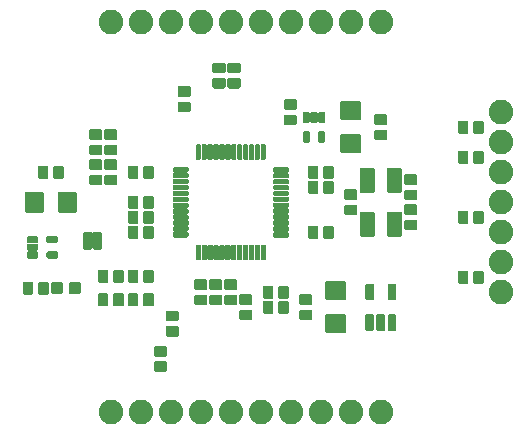
<source format=gbr>
%TF.GenerationSoftware,KiCad,Pcbnew,5.1.8-db9833491~87~ubuntu18.04.1*%
%TF.CreationDate,2020-11-08T14:36:31-03:00*%
%TF.ProjectId,DCI_TP,4443495f-5450-42e6-9b69-6361645f7063,1.0*%
%TF.SameCoordinates,Original*%
%TF.FileFunction,Soldermask,Top*%
%TF.FilePolarity,Negative*%
%FSLAX46Y46*%
G04 Gerber Fmt 4.6, Leading zero omitted, Abs format (unit mm)*
G04 Created by KiCad (PCBNEW 5.1.8-db9833491~87~ubuntu18.04.1) date 2020-11-08 14:36:31*
%MOMM*%
%LPD*%
G01*
G04 APERTURE LIST*
%ADD10C,2.082800*%
G04 APERTURE END LIST*
%TO.C,Q1*%
G36*
G01*
X160361000Y-102935600D02*
X159261000Y-102935600D01*
G75*
G02*
X159159400Y-102834000I0J101600D01*
G01*
X159159400Y-100934000D01*
G75*
G02*
X159261000Y-100832400I101600J0D01*
G01*
X160361000Y-100832400D01*
G75*
G02*
X160462600Y-100934000I0J-101600D01*
G01*
X160462600Y-102834000D01*
G75*
G02*
X160361000Y-102935600I-101600J0D01*
G01*
G37*
G36*
G01*
X158061000Y-106635600D02*
X156961000Y-106635600D01*
G75*
G02*
X156859400Y-106534000I0J101600D01*
G01*
X156859400Y-104634000D01*
G75*
G02*
X156961000Y-104532400I101600J0D01*
G01*
X158061000Y-104532400D01*
G75*
G02*
X158162600Y-104634000I0J-101600D01*
G01*
X158162600Y-106534000D01*
G75*
G02*
X158061000Y-106635600I-101600J0D01*
G01*
G37*
G36*
G01*
X158061000Y-102935600D02*
X156961000Y-102935600D01*
G75*
G02*
X156859400Y-102834000I0J101600D01*
G01*
X156859400Y-100934000D01*
G75*
G02*
X156961000Y-100832400I101600J0D01*
G01*
X158061000Y-100832400D01*
G75*
G02*
X158162600Y-100934000I0J-101600D01*
G01*
X158162600Y-102834000D01*
G75*
G02*
X158061000Y-102935600I-101600J0D01*
G01*
G37*
G36*
G01*
X160361000Y-106635600D02*
X159261000Y-106635600D01*
G75*
G02*
X159159400Y-106534000I0J101600D01*
G01*
X159159400Y-104634000D01*
G75*
G02*
X159261000Y-104532400I101600J0D01*
G01*
X160361000Y-104532400D01*
G75*
G02*
X160462600Y-104634000I0J-101600D01*
G01*
X160462600Y-106534000D01*
G75*
G02*
X160361000Y-106635600I-101600J0D01*
G01*
G37*
%TD*%
%TO.C,U$12*%
G36*
G01*
X153951600Y-97833600D02*
X153951600Y-98583600D01*
G75*
G02*
X153850000Y-98685200I-101600J0D01*
G01*
X153450000Y-98685200D01*
G75*
G02*
X153348400Y-98583600I0J101600D01*
G01*
X153348400Y-97833600D01*
G75*
G02*
X153450000Y-97732000I101600J0D01*
G01*
X153850000Y-97732000D01*
G75*
G02*
X153951600Y-97833600I0J-101600D01*
G01*
G37*
G36*
G01*
X152651600Y-97833600D02*
X152651600Y-98583600D01*
G75*
G02*
X152550000Y-98685200I-101600J0D01*
G01*
X152150000Y-98685200D01*
G75*
G02*
X152048400Y-98583600I0J101600D01*
G01*
X152048400Y-97833600D01*
G75*
G02*
X152150000Y-97732000I101600J0D01*
G01*
X152550000Y-97732000D01*
G75*
G02*
X152651600Y-97833600I0J-101600D01*
G01*
G37*
G36*
G01*
X152651600Y-96183600D02*
X152651600Y-96933600D01*
G75*
G02*
X152550000Y-97035200I-101600J0D01*
G01*
X152150000Y-97035200D01*
G75*
G02*
X152048400Y-96933600I0J101600D01*
G01*
X152048400Y-96183600D01*
G75*
G02*
X152150000Y-96082000I101600J0D01*
G01*
X152550000Y-96082000D01*
G75*
G02*
X152651600Y-96183600I0J-101600D01*
G01*
G37*
G36*
G01*
X153301600Y-96183600D02*
X153301600Y-96933600D01*
G75*
G02*
X153200000Y-97035200I-101600J0D01*
G01*
X152800000Y-97035200D01*
G75*
G02*
X152698400Y-96933600I0J101600D01*
G01*
X152698400Y-96183600D01*
G75*
G02*
X152800000Y-96082000I101600J0D01*
G01*
X153200000Y-96082000D01*
G75*
G02*
X153301600Y-96183600I0J-101600D01*
G01*
G37*
G36*
G01*
X153951600Y-96183600D02*
X153951600Y-96933600D01*
G75*
G02*
X153850000Y-97035200I-101600J0D01*
G01*
X153450000Y-97035200D01*
G75*
G02*
X153348400Y-96933600I0J101600D01*
G01*
X153348400Y-96183600D01*
G75*
G02*
X153450000Y-96082000I101600J0D01*
G01*
X153850000Y-96082000D01*
G75*
G02*
X153951600Y-96183600I0J-101600D01*
G01*
G37*
%TD*%
%TO.C,U$2*%
G36*
G01*
X130450000Y-106592400D02*
X131200000Y-106592400D01*
G75*
G02*
X131301600Y-106694000I0J-101600D01*
G01*
X131301600Y-107094000D01*
G75*
G02*
X131200000Y-107195600I-101600J0D01*
G01*
X130450000Y-107195600D01*
G75*
G02*
X130348400Y-107094000I0J101600D01*
G01*
X130348400Y-106694000D01*
G75*
G02*
X130450000Y-106592400I101600J0D01*
G01*
G37*
G36*
G01*
X130450000Y-107892400D02*
X131200000Y-107892400D01*
G75*
G02*
X131301600Y-107994000I0J-101600D01*
G01*
X131301600Y-108394000D01*
G75*
G02*
X131200000Y-108495600I-101600J0D01*
G01*
X130450000Y-108495600D01*
G75*
G02*
X130348400Y-108394000I0J101600D01*
G01*
X130348400Y-107994000D01*
G75*
G02*
X130450000Y-107892400I101600J0D01*
G01*
G37*
G36*
G01*
X128800000Y-107892400D02*
X129550000Y-107892400D01*
G75*
G02*
X129651600Y-107994000I0J-101600D01*
G01*
X129651600Y-108394000D01*
G75*
G02*
X129550000Y-108495600I-101600J0D01*
G01*
X128800000Y-108495600D01*
G75*
G02*
X128698400Y-108394000I0J101600D01*
G01*
X128698400Y-107994000D01*
G75*
G02*
X128800000Y-107892400I101600J0D01*
G01*
G37*
G36*
G01*
X128800000Y-107242400D02*
X129550000Y-107242400D01*
G75*
G02*
X129651600Y-107344000I0J-101600D01*
G01*
X129651600Y-107744000D01*
G75*
G02*
X129550000Y-107845600I-101600J0D01*
G01*
X128800000Y-107845600D01*
G75*
G02*
X128698400Y-107744000I0J101600D01*
G01*
X128698400Y-107344000D01*
G75*
G02*
X128800000Y-107242400I101600J0D01*
G01*
G37*
G36*
G01*
X128800000Y-106592400D02*
X129550000Y-106592400D01*
G75*
G02*
X129651600Y-106694000I0J-101600D01*
G01*
X129651600Y-107094000D01*
G75*
G02*
X129550000Y-107195600I-101600J0D01*
G01*
X128800000Y-107195600D01*
G75*
G02*
X128698400Y-107094000I0J101600D01*
G01*
X128698400Y-106694000D01*
G75*
G02*
X128800000Y-106592400I101600J0D01*
G01*
G37*
%TD*%
%TO.C,U2*%
G36*
G01*
X141037900Y-106611000D02*
X141037900Y-106357000D01*
G75*
G02*
X141139500Y-106255400I101600J0D01*
G01*
X142282500Y-106255400D01*
G75*
G02*
X142384100Y-106357000I0J-101600D01*
G01*
X142384100Y-106611000D01*
G75*
G02*
X142282500Y-106712600I-101600J0D01*
G01*
X141139500Y-106712600D01*
G75*
G02*
X141037900Y-106611000I0J101600D01*
G01*
G37*
G36*
G01*
X141037900Y-106111000D02*
X141037900Y-105857000D01*
G75*
G02*
X141139500Y-105755400I101600J0D01*
G01*
X142282500Y-105755400D01*
G75*
G02*
X142384100Y-105857000I0J-101600D01*
G01*
X142384100Y-106111000D01*
G75*
G02*
X142282500Y-106212600I-101600J0D01*
G01*
X141139500Y-106212600D01*
G75*
G02*
X141037900Y-106111000I0J101600D01*
G01*
G37*
G36*
G01*
X141037900Y-105611000D02*
X141037900Y-105357000D01*
G75*
G02*
X141139500Y-105255400I101600J0D01*
G01*
X142282500Y-105255400D01*
G75*
G02*
X142384100Y-105357000I0J-101600D01*
G01*
X142384100Y-105611000D01*
G75*
G02*
X142282500Y-105712600I-101600J0D01*
G01*
X141139500Y-105712600D01*
G75*
G02*
X141037900Y-105611000I0J101600D01*
G01*
G37*
G36*
G01*
X141037900Y-105111000D02*
X141037900Y-104857000D01*
G75*
G02*
X141139500Y-104755400I101600J0D01*
G01*
X142282500Y-104755400D01*
G75*
G02*
X142384100Y-104857000I0J-101600D01*
G01*
X142384100Y-105111000D01*
G75*
G02*
X142282500Y-105212600I-101600J0D01*
G01*
X141139500Y-105212600D01*
G75*
G02*
X141037900Y-105111000I0J101600D01*
G01*
G37*
G36*
G01*
X141037900Y-104611000D02*
X141037900Y-104357000D01*
G75*
G02*
X141139500Y-104255400I101600J0D01*
G01*
X142282500Y-104255400D01*
G75*
G02*
X142384100Y-104357000I0J-101600D01*
G01*
X142384100Y-104611000D01*
G75*
G02*
X142282500Y-104712600I-101600J0D01*
G01*
X141139500Y-104712600D01*
G75*
G02*
X141037900Y-104611000I0J101600D01*
G01*
G37*
G36*
G01*
X141037900Y-104111000D02*
X141037900Y-103857000D01*
G75*
G02*
X141139500Y-103755400I101600J0D01*
G01*
X142282500Y-103755400D01*
G75*
G02*
X142384100Y-103857000I0J-101600D01*
G01*
X142384100Y-104111000D01*
G75*
G02*
X142282500Y-104212600I-101600J0D01*
G01*
X141139500Y-104212600D01*
G75*
G02*
X141037900Y-104111000I0J101600D01*
G01*
G37*
G36*
G01*
X141037900Y-103611000D02*
X141037900Y-103357000D01*
G75*
G02*
X141139500Y-103255400I101600J0D01*
G01*
X142282500Y-103255400D01*
G75*
G02*
X142384100Y-103357000I0J-101600D01*
G01*
X142384100Y-103611000D01*
G75*
G02*
X142282500Y-103712600I-101600J0D01*
G01*
X141139500Y-103712600D01*
G75*
G02*
X141037900Y-103611000I0J101600D01*
G01*
G37*
G36*
G01*
X141037900Y-103111000D02*
X141037900Y-102857000D01*
G75*
G02*
X141139500Y-102755400I101600J0D01*
G01*
X142282500Y-102755400D01*
G75*
G02*
X142384100Y-102857000I0J-101600D01*
G01*
X142384100Y-103111000D01*
G75*
G02*
X142282500Y-103212600I-101600J0D01*
G01*
X141139500Y-103212600D01*
G75*
G02*
X141037900Y-103111000I0J101600D01*
G01*
G37*
G36*
G01*
X141037900Y-102611000D02*
X141037900Y-102357000D01*
G75*
G02*
X141139500Y-102255400I101600J0D01*
G01*
X142282500Y-102255400D01*
G75*
G02*
X142384100Y-102357000I0J-101600D01*
G01*
X142384100Y-102611000D01*
G75*
G02*
X142282500Y-102712600I-101600J0D01*
G01*
X141139500Y-102712600D01*
G75*
G02*
X141037900Y-102611000I0J101600D01*
G01*
G37*
G36*
G01*
X141037900Y-102111000D02*
X141037900Y-101857000D01*
G75*
G02*
X141139500Y-101755400I101600J0D01*
G01*
X142282500Y-101755400D01*
G75*
G02*
X142384100Y-101857000I0J-101600D01*
G01*
X142384100Y-102111000D01*
G75*
G02*
X142282500Y-102212600I-101600J0D01*
G01*
X141139500Y-102212600D01*
G75*
G02*
X141037900Y-102111000I0J101600D01*
G01*
G37*
G36*
G01*
X141037900Y-101611000D02*
X141037900Y-101357000D01*
G75*
G02*
X141139500Y-101255400I101600J0D01*
G01*
X142282500Y-101255400D01*
G75*
G02*
X142384100Y-101357000I0J-101600D01*
G01*
X142384100Y-101611000D01*
G75*
G02*
X142282500Y-101712600I-101600J0D01*
G01*
X141139500Y-101712600D01*
G75*
G02*
X141037900Y-101611000I0J101600D01*
G01*
G37*
G36*
G01*
X141037900Y-101111000D02*
X141037900Y-100857000D01*
G75*
G02*
X141139500Y-100755400I101600J0D01*
G01*
X142282500Y-100755400D01*
G75*
G02*
X142384100Y-100857000I0J-101600D01*
G01*
X142384100Y-101111000D01*
G75*
G02*
X142282500Y-101212600I-101600J0D01*
G01*
X141139500Y-101212600D01*
G75*
G02*
X141037900Y-101111000I0J101600D01*
G01*
G37*
G36*
G01*
X142982400Y-100055500D02*
X142982400Y-98912500D01*
G75*
G02*
X143084000Y-98810900I101600J0D01*
G01*
X143338000Y-98810900D01*
G75*
G02*
X143439600Y-98912500I0J-101600D01*
G01*
X143439600Y-100055500D01*
G75*
G02*
X143338000Y-100157100I-101600J0D01*
G01*
X143084000Y-100157100D01*
G75*
G02*
X142982400Y-100055500I0J101600D01*
G01*
G37*
G36*
G01*
X143482400Y-100055500D02*
X143482400Y-98912500D01*
G75*
G02*
X143584000Y-98810900I101600J0D01*
G01*
X143838000Y-98810900D01*
G75*
G02*
X143939600Y-98912500I0J-101600D01*
G01*
X143939600Y-100055500D01*
G75*
G02*
X143838000Y-100157100I-101600J0D01*
G01*
X143584000Y-100157100D01*
G75*
G02*
X143482400Y-100055500I0J101600D01*
G01*
G37*
G36*
G01*
X143982400Y-100055500D02*
X143982400Y-98912500D01*
G75*
G02*
X144084000Y-98810900I101600J0D01*
G01*
X144338000Y-98810900D01*
G75*
G02*
X144439600Y-98912500I0J-101600D01*
G01*
X144439600Y-100055500D01*
G75*
G02*
X144338000Y-100157100I-101600J0D01*
G01*
X144084000Y-100157100D01*
G75*
G02*
X143982400Y-100055500I0J101600D01*
G01*
G37*
G36*
G01*
X144482400Y-100055500D02*
X144482400Y-98912500D01*
G75*
G02*
X144584000Y-98810900I101600J0D01*
G01*
X144838000Y-98810900D01*
G75*
G02*
X144939600Y-98912500I0J-101600D01*
G01*
X144939600Y-100055500D01*
G75*
G02*
X144838000Y-100157100I-101600J0D01*
G01*
X144584000Y-100157100D01*
G75*
G02*
X144482400Y-100055500I0J101600D01*
G01*
G37*
G36*
G01*
X144982400Y-100055500D02*
X144982400Y-98912500D01*
G75*
G02*
X145084000Y-98810900I101600J0D01*
G01*
X145338000Y-98810900D01*
G75*
G02*
X145439600Y-98912500I0J-101600D01*
G01*
X145439600Y-100055500D01*
G75*
G02*
X145338000Y-100157100I-101600J0D01*
G01*
X145084000Y-100157100D01*
G75*
G02*
X144982400Y-100055500I0J101600D01*
G01*
G37*
G36*
G01*
X145482400Y-100055500D02*
X145482400Y-98912500D01*
G75*
G02*
X145584000Y-98810900I101600J0D01*
G01*
X145838000Y-98810900D01*
G75*
G02*
X145939600Y-98912500I0J-101600D01*
G01*
X145939600Y-100055500D01*
G75*
G02*
X145838000Y-100157100I-101600J0D01*
G01*
X145584000Y-100157100D01*
G75*
G02*
X145482400Y-100055500I0J101600D01*
G01*
G37*
G36*
G01*
X145982400Y-100055500D02*
X145982400Y-98912500D01*
G75*
G02*
X146084000Y-98810900I101600J0D01*
G01*
X146338000Y-98810900D01*
G75*
G02*
X146439600Y-98912500I0J-101600D01*
G01*
X146439600Y-100055500D01*
G75*
G02*
X146338000Y-100157100I-101600J0D01*
G01*
X146084000Y-100157100D01*
G75*
G02*
X145982400Y-100055500I0J101600D01*
G01*
G37*
G36*
G01*
X146482400Y-100055500D02*
X146482400Y-98912500D01*
G75*
G02*
X146584000Y-98810900I101600J0D01*
G01*
X146838000Y-98810900D01*
G75*
G02*
X146939600Y-98912500I0J-101600D01*
G01*
X146939600Y-100055500D01*
G75*
G02*
X146838000Y-100157100I-101600J0D01*
G01*
X146584000Y-100157100D01*
G75*
G02*
X146482400Y-100055500I0J101600D01*
G01*
G37*
G36*
G01*
X146982400Y-100055500D02*
X146982400Y-98912500D01*
G75*
G02*
X147084000Y-98810900I101600J0D01*
G01*
X147338000Y-98810900D01*
G75*
G02*
X147439600Y-98912500I0J-101600D01*
G01*
X147439600Y-100055500D01*
G75*
G02*
X147338000Y-100157100I-101600J0D01*
G01*
X147084000Y-100157100D01*
G75*
G02*
X146982400Y-100055500I0J101600D01*
G01*
G37*
G36*
G01*
X147482400Y-100055500D02*
X147482400Y-98912500D01*
G75*
G02*
X147584000Y-98810900I101600J0D01*
G01*
X147838000Y-98810900D01*
G75*
G02*
X147939600Y-98912500I0J-101600D01*
G01*
X147939600Y-100055500D01*
G75*
G02*
X147838000Y-100157100I-101600J0D01*
G01*
X147584000Y-100157100D01*
G75*
G02*
X147482400Y-100055500I0J101600D01*
G01*
G37*
G36*
G01*
X147982400Y-100055500D02*
X147982400Y-98912500D01*
G75*
G02*
X148084000Y-98810900I101600J0D01*
G01*
X148338000Y-98810900D01*
G75*
G02*
X148439600Y-98912500I0J-101600D01*
G01*
X148439600Y-100055500D01*
G75*
G02*
X148338000Y-100157100I-101600J0D01*
G01*
X148084000Y-100157100D01*
G75*
G02*
X147982400Y-100055500I0J101600D01*
G01*
G37*
G36*
G01*
X148482400Y-100055500D02*
X148482400Y-98912500D01*
G75*
G02*
X148584000Y-98810900I101600J0D01*
G01*
X148838000Y-98810900D01*
G75*
G02*
X148939600Y-98912500I0J-101600D01*
G01*
X148939600Y-100055500D01*
G75*
G02*
X148838000Y-100157100I-101600J0D01*
G01*
X148584000Y-100157100D01*
G75*
G02*
X148482400Y-100055500I0J101600D01*
G01*
G37*
G36*
G01*
X149537900Y-101111000D02*
X149537900Y-100857000D01*
G75*
G02*
X149639500Y-100755400I101600J0D01*
G01*
X150782500Y-100755400D01*
G75*
G02*
X150884100Y-100857000I0J-101600D01*
G01*
X150884100Y-101111000D01*
G75*
G02*
X150782500Y-101212600I-101600J0D01*
G01*
X149639500Y-101212600D01*
G75*
G02*
X149537900Y-101111000I0J101600D01*
G01*
G37*
G36*
G01*
X149537900Y-101611000D02*
X149537900Y-101357000D01*
G75*
G02*
X149639500Y-101255400I101600J0D01*
G01*
X150782500Y-101255400D01*
G75*
G02*
X150884100Y-101357000I0J-101600D01*
G01*
X150884100Y-101611000D01*
G75*
G02*
X150782500Y-101712600I-101600J0D01*
G01*
X149639500Y-101712600D01*
G75*
G02*
X149537900Y-101611000I0J101600D01*
G01*
G37*
G36*
G01*
X149537900Y-102111000D02*
X149537900Y-101857000D01*
G75*
G02*
X149639500Y-101755400I101600J0D01*
G01*
X150782500Y-101755400D01*
G75*
G02*
X150884100Y-101857000I0J-101600D01*
G01*
X150884100Y-102111000D01*
G75*
G02*
X150782500Y-102212600I-101600J0D01*
G01*
X149639500Y-102212600D01*
G75*
G02*
X149537900Y-102111000I0J101600D01*
G01*
G37*
G36*
G01*
X149537900Y-102611000D02*
X149537900Y-102357000D01*
G75*
G02*
X149639500Y-102255400I101600J0D01*
G01*
X150782500Y-102255400D01*
G75*
G02*
X150884100Y-102357000I0J-101600D01*
G01*
X150884100Y-102611000D01*
G75*
G02*
X150782500Y-102712600I-101600J0D01*
G01*
X149639500Y-102712600D01*
G75*
G02*
X149537900Y-102611000I0J101600D01*
G01*
G37*
G36*
G01*
X149537900Y-103111000D02*
X149537900Y-102857000D01*
G75*
G02*
X149639500Y-102755400I101600J0D01*
G01*
X150782500Y-102755400D01*
G75*
G02*
X150884100Y-102857000I0J-101600D01*
G01*
X150884100Y-103111000D01*
G75*
G02*
X150782500Y-103212600I-101600J0D01*
G01*
X149639500Y-103212600D01*
G75*
G02*
X149537900Y-103111000I0J101600D01*
G01*
G37*
G36*
G01*
X149537900Y-103611000D02*
X149537900Y-103357000D01*
G75*
G02*
X149639500Y-103255400I101600J0D01*
G01*
X150782500Y-103255400D01*
G75*
G02*
X150884100Y-103357000I0J-101600D01*
G01*
X150884100Y-103611000D01*
G75*
G02*
X150782500Y-103712600I-101600J0D01*
G01*
X149639500Y-103712600D01*
G75*
G02*
X149537900Y-103611000I0J101600D01*
G01*
G37*
G36*
G01*
X149537900Y-104111000D02*
X149537900Y-103857000D01*
G75*
G02*
X149639500Y-103755400I101600J0D01*
G01*
X150782500Y-103755400D01*
G75*
G02*
X150884100Y-103857000I0J-101600D01*
G01*
X150884100Y-104111000D01*
G75*
G02*
X150782500Y-104212600I-101600J0D01*
G01*
X149639500Y-104212600D01*
G75*
G02*
X149537900Y-104111000I0J101600D01*
G01*
G37*
G36*
G01*
X149537900Y-104611000D02*
X149537900Y-104357000D01*
G75*
G02*
X149639500Y-104255400I101600J0D01*
G01*
X150782500Y-104255400D01*
G75*
G02*
X150884100Y-104357000I0J-101600D01*
G01*
X150884100Y-104611000D01*
G75*
G02*
X150782500Y-104712600I-101600J0D01*
G01*
X149639500Y-104712600D01*
G75*
G02*
X149537900Y-104611000I0J101600D01*
G01*
G37*
G36*
G01*
X149537900Y-105111000D02*
X149537900Y-104857000D01*
G75*
G02*
X149639500Y-104755400I101600J0D01*
G01*
X150782500Y-104755400D01*
G75*
G02*
X150884100Y-104857000I0J-101600D01*
G01*
X150884100Y-105111000D01*
G75*
G02*
X150782500Y-105212600I-101600J0D01*
G01*
X149639500Y-105212600D01*
G75*
G02*
X149537900Y-105111000I0J101600D01*
G01*
G37*
G36*
G01*
X149537900Y-105611000D02*
X149537900Y-105357000D01*
G75*
G02*
X149639500Y-105255400I101600J0D01*
G01*
X150782500Y-105255400D01*
G75*
G02*
X150884100Y-105357000I0J-101600D01*
G01*
X150884100Y-105611000D01*
G75*
G02*
X150782500Y-105712600I-101600J0D01*
G01*
X149639500Y-105712600D01*
G75*
G02*
X149537900Y-105611000I0J101600D01*
G01*
G37*
G36*
G01*
X149537900Y-106111000D02*
X149537900Y-105857000D01*
G75*
G02*
X149639500Y-105755400I101600J0D01*
G01*
X150782500Y-105755400D01*
G75*
G02*
X150884100Y-105857000I0J-101600D01*
G01*
X150884100Y-106111000D01*
G75*
G02*
X150782500Y-106212600I-101600J0D01*
G01*
X149639500Y-106212600D01*
G75*
G02*
X149537900Y-106111000I0J101600D01*
G01*
G37*
G36*
G01*
X149537900Y-106611000D02*
X149537900Y-106357000D01*
G75*
G02*
X149639500Y-106255400I101600J0D01*
G01*
X150782500Y-106255400D01*
G75*
G02*
X150884100Y-106357000I0J-101600D01*
G01*
X150884100Y-106611000D01*
G75*
G02*
X150782500Y-106712600I-101600J0D01*
G01*
X149639500Y-106712600D01*
G75*
G02*
X149537900Y-106611000I0J101600D01*
G01*
G37*
G36*
G01*
X148482400Y-108555500D02*
X148482400Y-107412500D01*
G75*
G02*
X148584000Y-107310900I101600J0D01*
G01*
X148838000Y-107310900D01*
G75*
G02*
X148939600Y-107412500I0J-101600D01*
G01*
X148939600Y-108555500D01*
G75*
G02*
X148838000Y-108657100I-101600J0D01*
G01*
X148584000Y-108657100D01*
G75*
G02*
X148482400Y-108555500I0J101600D01*
G01*
G37*
G36*
G01*
X147982400Y-108555500D02*
X147982400Y-107412500D01*
G75*
G02*
X148084000Y-107310900I101600J0D01*
G01*
X148338000Y-107310900D01*
G75*
G02*
X148439600Y-107412500I0J-101600D01*
G01*
X148439600Y-108555500D01*
G75*
G02*
X148338000Y-108657100I-101600J0D01*
G01*
X148084000Y-108657100D01*
G75*
G02*
X147982400Y-108555500I0J101600D01*
G01*
G37*
G36*
G01*
X147482400Y-108555500D02*
X147482400Y-107412500D01*
G75*
G02*
X147584000Y-107310900I101600J0D01*
G01*
X147838000Y-107310900D01*
G75*
G02*
X147939600Y-107412500I0J-101600D01*
G01*
X147939600Y-108555500D01*
G75*
G02*
X147838000Y-108657100I-101600J0D01*
G01*
X147584000Y-108657100D01*
G75*
G02*
X147482400Y-108555500I0J101600D01*
G01*
G37*
G36*
G01*
X146982400Y-108555500D02*
X146982400Y-107412500D01*
G75*
G02*
X147084000Y-107310900I101600J0D01*
G01*
X147338000Y-107310900D01*
G75*
G02*
X147439600Y-107412500I0J-101600D01*
G01*
X147439600Y-108555500D01*
G75*
G02*
X147338000Y-108657100I-101600J0D01*
G01*
X147084000Y-108657100D01*
G75*
G02*
X146982400Y-108555500I0J101600D01*
G01*
G37*
G36*
G01*
X146482400Y-108555500D02*
X146482400Y-107412500D01*
G75*
G02*
X146584000Y-107310900I101600J0D01*
G01*
X146838000Y-107310900D01*
G75*
G02*
X146939600Y-107412500I0J-101600D01*
G01*
X146939600Y-108555500D01*
G75*
G02*
X146838000Y-108657100I-101600J0D01*
G01*
X146584000Y-108657100D01*
G75*
G02*
X146482400Y-108555500I0J101600D01*
G01*
G37*
G36*
G01*
X145982400Y-108555500D02*
X145982400Y-107412500D01*
G75*
G02*
X146084000Y-107310900I101600J0D01*
G01*
X146338000Y-107310900D01*
G75*
G02*
X146439600Y-107412500I0J-101600D01*
G01*
X146439600Y-108555500D01*
G75*
G02*
X146338000Y-108657100I-101600J0D01*
G01*
X146084000Y-108657100D01*
G75*
G02*
X145982400Y-108555500I0J101600D01*
G01*
G37*
G36*
G01*
X145482400Y-108555500D02*
X145482400Y-107412500D01*
G75*
G02*
X145584000Y-107310900I101600J0D01*
G01*
X145838000Y-107310900D01*
G75*
G02*
X145939600Y-107412500I0J-101600D01*
G01*
X145939600Y-108555500D01*
G75*
G02*
X145838000Y-108657100I-101600J0D01*
G01*
X145584000Y-108657100D01*
G75*
G02*
X145482400Y-108555500I0J101600D01*
G01*
G37*
G36*
G01*
X144982400Y-108555500D02*
X144982400Y-107412500D01*
G75*
G02*
X145084000Y-107310900I101600J0D01*
G01*
X145338000Y-107310900D01*
G75*
G02*
X145439600Y-107412500I0J-101600D01*
G01*
X145439600Y-108555500D01*
G75*
G02*
X145338000Y-108657100I-101600J0D01*
G01*
X145084000Y-108657100D01*
G75*
G02*
X144982400Y-108555500I0J101600D01*
G01*
G37*
G36*
G01*
X144482400Y-108555500D02*
X144482400Y-107412500D01*
G75*
G02*
X144584000Y-107310900I101600J0D01*
G01*
X144838000Y-107310900D01*
G75*
G02*
X144939600Y-107412500I0J-101600D01*
G01*
X144939600Y-108555500D01*
G75*
G02*
X144838000Y-108657100I-101600J0D01*
G01*
X144584000Y-108657100D01*
G75*
G02*
X144482400Y-108555500I0J101600D01*
G01*
G37*
G36*
G01*
X143982400Y-108555500D02*
X143982400Y-107412500D01*
G75*
G02*
X144084000Y-107310900I101600J0D01*
G01*
X144338000Y-107310900D01*
G75*
G02*
X144439600Y-107412500I0J-101600D01*
G01*
X144439600Y-108555500D01*
G75*
G02*
X144338000Y-108657100I-101600J0D01*
G01*
X144084000Y-108657100D01*
G75*
G02*
X143982400Y-108555500I0J101600D01*
G01*
G37*
G36*
G01*
X143482400Y-108555500D02*
X143482400Y-107412500D01*
G75*
G02*
X143584000Y-107310900I101600J0D01*
G01*
X143838000Y-107310900D01*
G75*
G02*
X143939600Y-107412500I0J-101600D01*
G01*
X143939600Y-108555500D01*
G75*
G02*
X143838000Y-108657100I-101600J0D01*
G01*
X143584000Y-108657100D01*
G75*
G02*
X143482400Y-108555500I0J101600D01*
G01*
G37*
G36*
G01*
X142982400Y-108555500D02*
X142982400Y-107412500D01*
G75*
G02*
X143084000Y-107310900I101600J0D01*
G01*
X143338000Y-107310900D01*
G75*
G02*
X143439600Y-107412500I0J-101600D01*
G01*
X143439600Y-108555500D01*
G75*
G02*
X143338000Y-108657100I-101600J0D01*
G01*
X143084000Y-108657100D01*
G75*
G02*
X142982400Y-108555500I0J101600D01*
G01*
G37*
%TD*%
%TO.C,U1*%
G36*
G01*
X157334400Y-111923900D02*
X157334400Y-110723900D01*
G75*
G02*
X157436000Y-110622300I101600J0D01*
G01*
X157986000Y-110622300D01*
G75*
G02*
X158087600Y-110723900I0J-101600D01*
G01*
X158087600Y-111923900D01*
G75*
G02*
X157986000Y-112025500I-101600J0D01*
G01*
X157436000Y-112025500D01*
G75*
G02*
X157334400Y-111923900I0J101600D01*
G01*
G37*
G36*
G01*
X159234400Y-111923900D02*
X159234400Y-110723900D01*
G75*
G02*
X159336000Y-110622300I101600J0D01*
G01*
X159886000Y-110622300D01*
G75*
G02*
X159987600Y-110723900I0J-101600D01*
G01*
X159987600Y-111923900D01*
G75*
G02*
X159886000Y-112025500I-101600J0D01*
G01*
X159336000Y-112025500D01*
G75*
G02*
X159234400Y-111923900I0J101600D01*
G01*
G37*
G36*
G01*
X159234400Y-114524100D02*
X159234400Y-113324100D01*
G75*
G02*
X159336000Y-113222500I101600J0D01*
G01*
X159886000Y-113222500D01*
G75*
G02*
X159987600Y-113324100I0J-101600D01*
G01*
X159987600Y-114524100D01*
G75*
G02*
X159886000Y-114625700I-101600J0D01*
G01*
X159336000Y-114625700D01*
G75*
G02*
X159234400Y-114524100I0J101600D01*
G01*
G37*
G36*
G01*
X158284400Y-114524100D02*
X158284400Y-113324100D01*
G75*
G02*
X158386000Y-113222500I101600J0D01*
G01*
X158936000Y-113222500D01*
G75*
G02*
X159037600Y-113324100I0J-101600D01*
G01*
X159037600Y-114524100D01*
G75*
G02*
X158936000Y-114625700I-101600J0D01*
G01*
X158386000Y-114625700D01*
G75*
G02*
X158284400Y-114524100I0J101600D01*
G01*
G37*
G36*
G01*
X157334400Y-114524100D02*
X157334400Y-113324100D01*
G75*
G02*
X157436000Y-113222500I101600J0D01*
G01*
X157986000Y-113222500D01*
G75*
G02*
X158087600Y-113324100I0J-101600D01*
G01*
X158087600Y-114524100D01*
G75*
G02*
X157986000Y-114625700I-101600J0D01*
G01*
X157436000Y-114625700D01*
G75*
G02*
X157334400Y-114524100I0J101600D01*
G01*
G37*
%TD*%
%TO.C,R17*%
G36*
G01*
X166479400Y-110534000D02*
X166479400Y-109634000D01*
G75*
G02*
X166581000Y-109532400I101600J0D01*
G01*
X167281000Y-109532400D01*
G75*
G02*
X167382600Y-109634000I0J-101600D01*
G01*
X167382600Y-110534000D01*
G75*
G02*
X167281000Y-110635600I-101600J0D01*
G01*
X166581000Y-110635600D01*
G75*
G02*
X166479400Y-110534000I0J101600D01*
G01*
G37*
G36*
G01*
X165179400Y-110534000D02*
X165179400Y-109634000D01*
G75*
G02*
X165281000Y-109532400I101600J0D01*
G01*
X165981000Y-109532400D01*
G75*
G02*
X166082600Y-109634000I0J-101600D01*
G01*
X166082600Y-110534000D01*
G75*
G02*
X165981000Y-110635600I-101600J0D01*
G01*
X165281000Y-110635600D01*
G75*
G02*
X165179400Y-110534000I0J101600D01*
G01*
G37*
%TD*%
%TO.C,R16*%
G36*
G01*
X166479400Y-105454000D02*
X166479400Y-104554000D01*
G75*
G02*
X166581000Y-104452400I101600J0D01*
G01*
X167281000Y-104452400D01*
G75*
G02*
X167382600Y-104554000I0J-101600D01*
G01*
X167382600Y-105454000D01*
G75*
G02*
X167281000Y-105555600I-101600J0D01*
G01*
X166581000Y-105555600D01*
G75*
G02*
X166479400Y-105454000I0J101600D01*
G01*
G37*
G36*
G01*
X165179400Y-105454000D02*
X165179400Y-104554000D01*
G75*
G02*
X165281000Y-104452400I101600J0D01*
G01*
X165981000Y-104452400D01*
G75*
G02*
X166082600Y-104554000I0J-101600D01*
G01*
X166082600Y-105454000D01*
G75*
G02*
X165981000Y-105555600I-101600J0D01*
G01*
X165281000Y-105555600D01*
G75*
G02*
X165179400Y-105454000I0J101600D01*
G01*
G37*
%TD*%
%TO.C,R15*%
G36*
G01*
X166479400Y-100373600D02*
X166479400Y-99473600D01*
G75*
G02*
X166581000Y-99372000I101600J0D01*
G01*
X167281000Y-99372000D01*
G75*
G02*
X167382600Y-99473600I0J-101600D01*
G01*
X167382600Y-100373600D01*
G75*
G02*
X167281000Y-100475200I-101600J0D01*
G01*
X166581000Y-100475200D01*
G75*
G02*
X166479400Y-100373600I0J101600D01*
G01*
G37*
G36*
G01*
X165179400Y-100373600D02*
X165179400Y-99473600D01*
G75*
G02*
X165281000Y-99372000I101600J0D01*
G01*
X165981000Y-99372000D01*
G75*
G02*
X166082600Y-99473600I0J-101600D01*
G01*
X166082600Y-100373600D01*
G75*
G02*
X165981000Y-100475200I-101600J0D01*
G01*
X165281000Y-100475200D01*
G75*
G02*
X165179400Y-100373600I0J101600D01*
G01*
G37*
%TD*%
%TO.C,R14*%
G36*
G01*
X166479400Y-97833600D02*
X166479400Y-96933600D01*
G75*
G02*
X166581000Y-96832000I101600J0D01*
G01*
X167281000Y-96832000D01*
G75*
G02*
X167382600Y-96933600I0J-101600D01*
G01*
X167382600Y-97833600D01*
G75*
G02*
X167281000Y-97935200I-101600J0D01*
G01*
X166581000Y-97935200D01*
G75*
G02*
X166479400Y-97833600I0J101600D01*
G01*
G37*
G36*
G01*
X165179400Y-97833600D02*
X165179400Y-96933600D01*
G75*
G02*
X165281000Y-96832000I101600J0D01*
G01*
X165981000Y-96832000D01*
G75*
G02*
X166082600Y-96933600I0J-101600D01*
G01*
X166082600Y-97833600D01*
G75*
G02*
X165981000Y-97935200I-101600J0D01*
G01*
X165281000Y-97935200D01*
G75*
G02*
X165179400Y-97833600I0J101600D01*
G01*
G37*
%TD*%
%TO.C,R13*%
G36*
G01*
X139442600Y-111550000D02*
X139442600Y-112450000D01*
G75*
G02*
X139341000Y-112551600I-101600J0D01*
G01*
X138641000Y-112551600D01*
G75*
G02*
X138539400Y-112450000I0J101600D01*
G01*
X138539400Y-111550000D01*
G75*
G02*
X138641000Y-111448400I101600J0D01*
G01*
X139341000Y-111448400D01*
G75*
G02*
X139442600Y-111550000I0J-101600D01*
G01*
G37*
G36*
G01*
X138142600Y-111550000D02*
X138142600Y-112450000D01*
G75*
G02*
X138041000Y-112551600I-101600J0D01*
G01*
X137341000Y-112551600D01*
G75*
G02*
X137239400Y-112450000I0J101600D01*
G01*
X137239400Y-111550000D01*
G75*
G02*
X137341000Y-111448400I101600J0D01*
G01*
X138041000Y-111448400D01*
G75*
G02*
X138142600Y-111550000I0J-101600D01*
G01*
G37*
%TD*%
%TO.C,R12*%
G36*
G01*
X140550000Y-112898400D02*
X141450000Y-112898400D01*
G75*
G02*
X141551600Y-113000000I0J-101600D01*
G01*
X141551600Y-113700000D01*
G75*
G02*
X141450000Y-113801600I-101600J0D01*
G01*
X140550000Y-113801600D01*
G75*
G02*
X140448400Y-113700000I0J101600D01*
G01*
X140448400Y-113000000D01*
G75*
G02*
X140550000Y-112898400I101600J0D01*
G01*
G37*
G36*
G01*
X140550000Y-114198400D02*
X141450000Y-114198400D01*
G75*
G02*
X141551600Y-114300000I0J-101600D01*
G01*
X141551600Y-115000000D01*
G75*
G02*
X141450000Y-115101600I-101600J0D01*
G01*
X140550000Y-115101600D01*
G75*
G02*
X140448400Y-115000000I0J101600D01*
G01*
X140448400Y-114300000D01*
G75*
G02*
X140550000Y-114198400I101600J0D01*
G01*
G37*
%TD*%
%TO.C,R11*%
G36*
G01*
X149572600Y-112174000D02*
X149572600Y-113074000D01*
G75*
G02*
X149471000Y-113175600I-101600J0D01*
G01*
X148771000Y-113175600D01*
G75*
G02*
X148669400Y-113074000I0J101600D01*
G01*
X148669400Y-112174000D01*
G75*
G02*
X148771000Y-112072400I101600J0D01*
G01*
X149471000Y-112072400D01*
G75*
G02*
X149572600Y-112174000I0J-101600D01*
G01*
G37*
G36*
G01*
X150872600Y-112174000D02*
X150872600Y-113074000D01*
G75*
G02*
X150771000Y-113175600I-101600J0D01*
G01*
X150071000Y-113175600D01*
G75*
G02*
X149969400Y-113074000I0J101600D01*
G01*
X149969400Y-112174000D01*
G75*
G02*
X150071000Y-112072400I101600J0D01*
G01*
X150771000Y-112072400D01*
G75*
G02*
X150872600Y-112174000I0J-101600D01*
G01*
G37*
%TD*%
%TO.C,R10*%
G36*
G01*
X149572600Y-110904000D02*
X149572600Y-111804000D01*
G75*
G02*
X149471000Y-111905600I-101600J0D01*
G01*
X148771000Y-111905600D01*
G75*
G02*
X148669400Y-111804000I0J101600D01*
G01*
X148669400Y-110904000D01*
G75*
G02*
X148771000Y-110802400I101600J0D01*
G01*
X149471000Y-110802400D01*
G75*
G02*
X149572600Y-110904000I0J-101600D01*
G01*
G37*
G36*
G01*
X150872600Y-110904000D02*
X150872600Y-111804000D01*
G75*
G02*
X150771000Y-111905600I-101600J0D01*
G01*
X150071000Y-111905600D01*
G75*
G02*
X149969400Y-111804000I0J101600D01*
G01*
X149969400Y-110904000D01*
G75*
G02*
X150071000Y-110802400I101600J0D01*
G01*
X150771000Y-110802400D01*
G75*
G02*
X150872600Y-110904000I0J-101600D01*
G01*
G37*
%TD*%
%TO.C,R9*%
G36*
G01*
X138142600Y-109550000D02*
X138142600Y-110450000D01*
G75*
G02*
X138041000Y-110551600I-101600J0D01*
G01*
X137341000Y-110551600D01*
G75*
G02*
X137239400Y-110450000I0J101600D01*
G01*
X137239400Y-109550000D01*
G75*
G02*
X137341000Y-109448400I101600J0D01*
G01*
X138041000Y-109448400D01*
G75*
G02*
X138142600Y-109550000I0J-101600D01*
G01*
G37*
G36*
G01*
X139442600Y-109550000D02*
X139442600Y-110450000D01*
G75*
G02*
X139341000Y-110551600I-101600J0D01*
G01*
X138641000Y-110551600D01*
G75*
G02*
X138539400Y-110450000I0J101600D01*
G01*
X138539400Y-109550000D01*
G75*
G02*
X138641000Y-109448400I101600J0D01*
G01*
X139341000Y-109448400D01*
G75*
G02*
X139442600Y-109550000I0J-101600D01*
G01*
G37*
%TD*%
%TO.C,R8*%
G36*
G01*
X129252600Y-110550000D02*
X129252600Y-111450000D01*
G75*
G02*
X129151000Y-111551600I-101600J0D01*
G01*
X128451000Y-111551600D01*
G75*
G02*
X128349400Y-111450000I0J101600D01*
G01*
X128349400Y-110550000D01*
G75*
G02*
X128451000Y-110448400I101600J0D01*
G01*
X129151000Y-110448400D01*
G75*
G02*
X129252600Y-110550000I0J-101600D01*
G01*
G37*
G36*
G01*
X130552600Y-110550000D02*
X130552600Y-111450000D01*
G75*
G02*
X130451000Y-111551600I-101600J0D01*
G01*
X129751000Y-111551600D01*
G75*
G02*
X129649400Y-111450000I0J101600D01*
G01*
X129649400Y-110550000D01*
G75*
G02*
X129751000Y-110448400I101600J0D01*
G01*
X130451000Y-110448400D01*
G75*
G02*
X130552600Y-110550000I0J-101600D01*
G01*
G37*
%TD*%
%TO.C,R7*%
G36*
G01*
X134081000Y-101392400D02*
X134981000Y-101392400D01*
G75*
G02*
X135082600Y-101494000I0J-101600D01*
G01*
X135082600Y-102194000D01*
G75*
G02*
X134981000Y-102295600I-101600J0D01*
G01*
X134081000Y-102295600D01*
G75*
G02*
X133979400Y-102194000I0J101600D01*
G01*
X133979400Y-101494000D01*
G75*
G02*
X134081000Y-101392400I101600J0D01*
G01*
G37*
G36*
G01*
X134081000Y-100092400D02*
X134981000Y-100092400D01*
G75*
G02*
X135082600Y-100194000I0J-101600D01*
G01*
X135082600Y-100894000D01*
G75*
G02*
X134981000Y-100995600I-101600J0D01*
G01*
X134081000Y-100995600D01*
G75*
G02*
X133979400Y-100894000I0J101600D01*
G01*
X133979400Y-100194000D01*
G75*
G02*
X134081000Y-100092400I101600J0D01*
G01*
G37*
%TD*%
%TO.C,R6*%
G36*
G01*
X135351000Y-101392400D02*
X136251000Y-101392400D01*
G75*
G02*
X136352600Y-101494000I0J-101600D01*
G01*
X136352600Y-102194000D01*
G75*
G02*
X136251000Y-102295600I-101600J0D01*
G01*
X135351000Y-102295600D01*
G75*
G02*
X135249400Y-102194000I0J101600D01*
G01*
X135249400Y-101494000D01*
G75*
G02*
X135351000Y-101392400I101600J0D01*
G01*
G37*
G36*
G01*
X135351000Y-100092400D02*
X136251000Y-100092400D01*
G75*
G02*
X136352600Y-100194000I0J-101600D01*
G01*
X136352600Y-100894000D01*
G75*
G02*
X136251000Y-100995600I-101600J0D01*
G01*
X135351000Y-100995600D01*
G75*
G02*
X135249400Y-100894000I0J101600D01*
G01*
X135249400Y-100194000D01*
G75*
G02*
X135351000Y-100092400I101600J0D01*
G01*
G37*
%TD*%
%TO.C,R5*%
G36*
G01*
X143871000Y-111155600D02*
X142971000Y-111155600D01*
G75*
G02*
X142869400Y-111054000I0J101600D01*
G01*
X142869400Y-110354000D01*
G75*
G02*
X142971000Y-110252400I101600J0D01*
G01*
X143871000Y-110252400D01*
G75*
G02*
X143972600Y-110354000I0J-101600D01*
G01*
X143972600Y-111054000D01*
G75*
G02*
X143871000Y-111155600I-101600J0D01*
G01*
G37*
G36*
G01*
X143871000Y-112455600D02*
X142971000Y-112455600D01*
G75*
G02*
X142869400Y-112354000I0J101600D01*
G01*
X142869400Y-111654000D01*
G75*
G02*
X142971000Y-111552400I101600J0D01*
G01*
X143871000Y-111552400D01*
G75*
G02*
X143972600Y-111654000I0J-101600D01*
G01*
X143972600Y-112354000D01*
G75*
G02*
X143871000Y-112455600I-101600J0D01*
G01*
G37*
%TD*%
%TO.C,R4*%
G36*
G01*
X144511000Y-93198400D02*
X145411000Y-93198400D01*
G75*
G02*
X145512600Y-93300000I0J-101600D01*
G01*
X145512600Y-94000000D01*
G75*
G02*
X145411000Y-94101600I-101600J0D01*
G01*
X144511000Y-94101600D01*
G75*
G02*
X144409400Y-94000000I0J101600D01*
G01*
X144409400Y-93300000D01*
G75*
G02*
X144511000Y-93198400I101600J0D01*
G01*
G37*
G36*
G01*
X144511000Y-91898400D02*
X145411000Y-91898400D01*
G75*
G02*
X145512600Y-92000000I0J-101600D01*
G01*
X145512600Y-92700000D01*
G75*
G02*
X145411000Y-92801600I-101600J0D01*
G01*
X144511000Y-92801600D01*
G75*
G02*
X144409400Y-92700000I0J101600D01*
G01*
X144409400Y-92000000D01*
G75*
G02*
X144511000Y-91898400I101600J0D01*
G01*
G37*
%TD*%
%TO.C,R3*%
G36*
G01*
X141550000Y-95198400D02*
X142450000Y-95198400D01*
G75*
G02*
X142551600Y-95300000I0J-101600D01*
G01*
X142551600Y-96000000D01*
G75*
G02*
X142450000Y-96101600I-101600J0D01*
G01*
X141550000Y-96101600D01*
G75*
G02*
X141448400Y-96000000I0J101600D01*
G01*
X141448400Y-95300000D01*
G75*
G02*
X141550000Y-95198400I101600J0D01*
G01*
G37*
G36*
G01*
X141550000Y-93898400D02*
X142450000Y-93898400D01*
G75*
G02*
X142551600Y-94000000I0J-101600D01*
G01*
X142551600Y-94700000D01*
G75*
G02*
X142450000Y-94801600I-101600J0D01*
G01*
X141550000Y-94801600D01*
G75*
G02*
X141448400Y-94700000I0J101600D01*
G01*
X141448400Y-94000000D01*
G75*
G02*
X141550000Y-93898400I101600J0D01*
G01*
G37*
%TD*%
%TO.C,R2*%
G36*
G01*
X151450000Y-95915200D02*
X150550000Y-95915200D01*
G75*
G02*
X150448400Y-95813600I0J101600D01*
G01*
X150448400Y-95113600D01*
G75*
G02*
X150550000Y-95012000I101600J0D01*
G01*
X151450000Y-95012000D01*
G75*
G02*
X151551600Y-95113600I0J-101600D01*
G01*
X151551600Y-95813600D01*
G75*
G02*
X151450000Y-95915200I-101600J0D01*
G01*
G37*
G36*
G01*
X151450000Y-97215200D02*
X150550000Y-97215200D01*
G75*
G02*
X150448400Y-97113600I0J101600D01*
G01*
X150448400Y-96413600D01*
G75*
G02*
X150550000Y-96312000I101600J0D01*
G01*
X151450000Y-96312000D01*
G75*
G02*
X151551600Y-96413600I0J-101600D01*
G01*
X151551600Y-97113600D01*
G75*
G02*
X151450000Y-97215200I-101600J0D01*
G01*
G37*
%TD*%
%TO.C,R1*%
G36*
G01*
X156571000Y-103535600D02*
X155671000Y-103535600D01*
G75*
G02*
X155569400Y-103434000I0J101600D01*
G01*
X155569400Y-102734000D01*
G75*
G02*
X155671000Y-102632400I101600J0D01*
G01*
X156571000Y-102632400D01*
G75*
G02*
X156672600Y-102734000I0J-101600D01*
G01*
X156672600Y-103434000D01*
G75*
G02*
X156571000Y-103535600I-101600J0D01*
G01*
G37*
G36*
G01*
X156571000Y-104835600D02*
X155671000Y-104835600D01*
G75*
G02*
X155569400Y-104734000I0J101600D01*
G01*
X155569400Y-104034000D01*
G75*
G02*
X155671000Y-103932400I101600J0D01*
G01*
X156571000Y-103932400D01*
G75*
G02*
X156672600Y-104034000I0J-101600D01*
G01*
X156672600Y-104734000D01*
G75*
G02*
X156571000Y-104835600I-101600J0D01*
G01*
G37*
%TD*%
%TO.C,LED1*%
G36*
G01*
X130850000Y-110498400D02*
X131650000Y-110498400D01*
G75*
G02*
X131751600Y-110600000I0J-101600D01*
G01*
X131751600Y-111400000D01*
G75*
G02*
X131650000Y-111501600I-101600J0D01*
G01*
X130850000Y-111501600D01*
G75*
G02*
X130748400Y-111400000I0J101600D01*
G01*
X130748400Y-110600000D01*
G75*
G02*
X130850000Y-110498400I101600J0D01*
G01*
G37*
G36*
G01*
X132350000Y-110498400D02*
X133150000Y-110498400D01*
G75*
G02*
X133251600Y-110600000I0J-101600D01*
G01*
X133251600Y-111400000D01*
G75*
G02*
X133150000Y-111501600I-101600J0D01*
G01*
X132350000Y-111501600D01*
G75*
G02*
X132248400Y-111400000I0J101600D01*
G01*
X132248400Y-110600000D01*
G75*
G02*
X132350000Y-110498400I101600J0D01*
G01*
G37*
%TD*%
%TO.C,JP4*%
G36*
G01*
X134242800Y-107635000D02*
X134242800Y-106365000D01*
G75*
G02*
X134344400Y-106263400I101600J0D01*
G01*
X134979400Y-106263400D01*
G75*
G02*
X135081000Y-106365000I0J-101600D01*
G01*
X135081000Y-107635000D01*
G75*
G02*
X134979400Y-107736600I-101600J0D01*
G01*
X134344400Y-107736600D01*
G75*
G02*
X134242800Y-107635000I0J101600D01*
G01*
G37*
G36*
G01*
X133419000Y-107635000D02*
X133419000Y-106365000D01*
G75*
G02*
X133520600Y-106263400I101600J0D01*
G01*
X134155600Y-106263400D01*
G75*
G02*
X134257200Y-106365000I0J-101600D01*
G01*
X134257200Y-107635000D01*
G75*
G02*
X134155600Y-107736600I-101600J0D01*
G01*
X133520600Y-107736600D01*
G75*
G02*
X133419000Y-107635000I0J101600D01*
G01*
G37*
%TD*%
D10*
%TO.C,JP3*%
X168821000Y-96114000D03*
X168821000Y-98654000D03*
X168821000Y-101194000D03*
X168821000Y-103734000D03*
X168821000Y-106274000D03*
X168821000Y-108814000D03*
X168821000Y-111354000D03*
%TD*%
%TO.C,JP2*%
X158661000Y-88493600D03*
X156121000Y-88493600D03*
X153581000Y-88493600D03*
X151041000Y-88493600D03*
X148501000Y-88493600D03*
X145961000Y-88493600D03*
X143421000Y-88493600D03*
X140881000Y-88493600D03*
X138341000Y-88493600D03*
X135801000Y-88493600D03*
%TD*%
%TO.C,JP1*%
X135801000Y-121514000D03*
X138341000Y-121514000D03*
X140881000Y-121514000D03*
X143421000Y-121514000D03*
X145961000Y-121514000D03*
X148501000Y-121514000D03*
X151041000Y-121514000D03*
X153581000Y-121514000D03*
X156121000Y-121514000D03*
X158661000Y-121514000D03*
%TD*%
%TO.C,C24*%
G36*
G01*
X139550000Y-115898400D02*
X140450000Y-115898400D01*
G75*
G02*
X140551600Y-116000000I0J-101600D01*
G01*
X140551600Y-116700000D01*
G75*
G02*
X140450000Y-116801600I-101600J0D01*
G01*
X139550000Y-116801600D01*
G75*
G02*
X139448400Y-116700000I0J101600D01*
G01*
X139448400Y-116000000D01*
G75*
G02*
X139550000Y-115898400I101600J0D01*
G01*
G37*
G36*
G01*
X139550000Y-117198400D02*
X140450000Y-117198400D01*
G75*
G02*
X140551600Y-117300000I0J-101600D01*
G01*
X140551600Y-118000000D01*
G75*
G02*
X140450000Y-118101600I-101600J0D01*
G01*
X139550000Y-118101600D01*
G75*
G02*
X139448400Y-118000000I0J101600D01*
G01*
X139448400Y-117300000D01*
G75*
G02*
X139550000Y-117198400I101600J0D01*
G01*
G37*
%TD*%
%TO.C,C23*%
G36*
G01*
X136902600Y-111550000D02*
X136902600Y-112450000D01*
G75*
G02*
X136801000Y-112551600I-101600J0D01*
G01*
X136101000Y-112551600D01*
G75*
G02*
X135999400Y-112450000I0J101600D01*
G01*
X135999400Y-111550000D01*
G75*
G02*
X136101000Y-111448400I101600J0D01*
G01*
X136801000Y-111448400D01*
G75*
G02*
X136902600Y-111550000I0J-101600D01*
G01*
G37*
G36*
G01*
X135602600Y-111550000D02*
X135602600Y-112450000D01*
G75*
G02*
X135501000Y-112551600I-101600J0D01*
G01*
X134801000Y-112551600D01*
G75*
G02*
X134699400Y-112450000I0J101600D01*
G01*
X134699400Y-111550000D01*
G75*
G02*
X134801000Y-111448400I101600J0D01*
G01*
X135501000Y-111448400D01*
G75*
G02*
X135602600Y-111550000I0J-101600D01*
G01*
G37*
%TD*%
%TO.C,C22*%
G36*
G01*
X153779400Y-102914000D02*
X153779400Y-102014000D01*
G75*
G02*
X153881000Y-101912400I101600J0D01*
G01*
X154581000Y-101912400D01*
G75*
G02*
X154682600Y-102014000I0J-101600D01*
G01*
X154682600Y-102914000D01*
G75*
G02*
X154581000Y-103015600I-101600J0D01*
G01*
X153881000Y-103015600D01*
G75*
G02*
X153779400Y-102914000I0J101600D01*
G01*
G37*
G36*
G01*
X152479400Y-102914000D02*
X152479400Y-102014000D01*
G75*
G02*
X152581000Y-101912400I101600J0D01*
G01*
X153281000Y-101912400D01*
G75*
G02*
X153382600Y-102014000I0J-101600D01*
G01*
X153382600Y-102914000D01*
G75*
G02*
X153281000Y-103015600I-101600J0D01*
G01*
X152581000Y-103015600D01*
G75*
G02*
X152479400Y-102914000I0J101600D01*
G01*
G37*
%TD*%
%TO.C,C21*%
G36*
G01*
X153779400Y-106724000D02*
X153779400Y-105824000D01*
G75*
G02*
X153881000Y-105722400I101600J0D01*
G01*
X154581000Y-105722400D01*
G75*
G02*
X154682600Y-105824000I0J-101600D01*
G01*
X154682600Y-106724000D01*
G75*
G02*
X154581000Y-106825600I-101600J0D01*
G01*
X153881000Y-106825600D01*
G75*
G02*
X153779400Y-106724000I0J101600D01*
G01*
G37*
G36*
G01*
X152479400Y-106724000D02*
X152479400Y-105824000D01*
G75*
G02*
X152581000Y-105722400I101600J0D01*
G01*
X153281000Y-105722400D01*
G75*
G02*
X153382600Y-105824000I0J-101600D01*
G01*
X153382600Y-106724000D01*
G75*
G02*
X153281000Y-106825600I-101600J0D01*
G01*
X152581000Y-106825600D01*
G75*
G02*
X152479400Y-106724000I0J101600D01*
G01*
G37*
%TD*%
%TO.C,C20*%
G36*
G01*
X145511000Y-111552400D02*
X146411000Y-111552400D01*
G75*
G02*
X146512600Y-111654000I0J-101600D01*
G01*
X146512600Y-112354000D01*
G75*
G02*
X146411000Y-112455600I-101600J0D01*
G01*
X145511000Y-112455600D01*
G75*
G02*
X145409400Y-112354000I0J101600D01*
G01*
X145409400Y-111654000D01*
G75*
G02*
X145511000Y-111552400I101600J0D01*
G01*
G37*
G36*
G01*
X145511000Y-110252400D02*
X146411000Y-110252400D01*
G75*
G02*
X146512600Y-110354000I0J-101600D01*
G01*
X146512600Y-111054000D01*
G75*
G02*
X146411000Y-111155600I-101600J0D01*
G01*
X145511000Y-111155600D01*
G75*
G02*
X145409400Y-111054000I0J101600D01*
G01*
X145409400Y-110354000D01*
G75*
G02*
X145511000Y-110252400I101600J0D01*
G01*
G37*
%TD*%
%TO.C,C19*%
G36*
G01*
X138142600Y-105824000D02*
X138142600Y-106724000D01*
G75*
G02*
X138041000Y-106825600I-101600J0D01*
G01*
X137341000Y-106825600D01*
G75*
G02*
X137239400Y-106724000I0J101600D01*
G01*
X137239400Y-105824000D01*
G75*
G02*
X137341000Y-105722400I101600J0D01*
G01*
X138041000Y-105722400D01*
G75*
G02*
X138142600Y-105824000I0J-101600D01*
G01*
G37*
G36*
G01*
X139442600Y-105824000D02*
X139442600Y-106724000D01*
G75*
G02*
X139341000Y-106825600I-101600J0D01*
G01*
X138641000Y-106825600D01*
G75*
G02*
X138539400Y-106724000I0J101600D01*
G01*
X138539400Y-105824000D01*
G75*
G02*
X138641000Y-105722400I101600J0D01*
G01*
X139341000Y-105722400D01*
G75*
G02*
X139442600Y-105824000I0J-101600D01*
G01*
G37*
%TD*%
%TO.C,C18*%
G36*
G01*
X138142600Y-103284000D02*
X138142600Y-104184000D01*
G75*
G02*
X138041000Y-104285600I-101600J0D01*
G01*
X137341000Y-104285600D01*
G75*
G02*
X137239400Y-104184000I0J101600D01*
G01*
X137239400Y-103284000D01*
G75*
G02*
X137341000Y-103182400I101600J0D01*
G01*
X138041000Y-103182400D01*
G75*
G02*
X138142600Y-103284000I0J-101600D01*
G01*
G37*
G36*
G01*
X139442600Y-103284000D02*
X139442600Y-104184000D01*
G75*
G02*
X139341000Y-104285600I-101600J0D01*
G01*
X138641000Y-104285600D01*
G75*
G02*
X138539400Y-104184000I0J101600D01*
G01*
X138539400Y-103284000D01*
G75*
G02*
X138641000Y-103182400I101600J0D01*
G01*
X139341000Y-103182400D01*
G75*
G02*
X139442600Y-103284000I0J-101600D01*
G01*
G37*
%TD*%
%TO.C,C17*%
G36*
G01*
X138142600Y-100744000D02*
X138142600Y-101644000D01*
G75*
G02*
X138041000Y-101745600I-101600J0D01*
G01*
X137341000Y-101745600D01*
G75*
G02*
X137239400Y-101644000I0J101600D01*
G01*
X137239400Y-100744000D01*
G75*
G02*
X137341000Y-100642400I101600J0D01*
G01*
X138041000Y-100642400D01*
G75*
G02*
X138142600Y-100744000I0J-101600D01*
G01*
G37*
G36*
G01*
X139442600Y-100744000D02*
X139442600Y-101644000D01*
G75*
G02*
X139341000Y-101745600I-101600J0D01*
G01*
X138641000Y-101745600D01*
G75*
G02*
X138539400Y-101644000I0J101600D01*
G01*
X138539400Y-100744000D01*
G75*
G02*
X138641000Y-100642400I101600J0D01*
G01*
X139341000Y-100642400D01*
G75*
G02*
X139442600Y-100744000I0J-101600D01*
G01*
G37*
%TD*%
%TO.C,C16*%
G36*
G01*
X146681000Y-92801600D02*
X145781000Y-92801600D01*
G75*
G02*
X145679400Y-92700000I0J101600D01*
G01*
X145679400Y-92000000D01*
G75*
G02*
X145781000Y-91898400I101600J0D01*
G01*
X146681000Y-91898400D01*
G75*
G02*
X146782600Y-92000000I0J-101600D01*
G01*
X146782600Y-92700000D01*
G75*
G02*
X146681000Y-92801600I-101600J0D01*
G01*
G37*
G36*
G01*
X146681000Y-94101600D02*
X145781000Y-94101600D01*
G75*
G02*
X145679400Y-94000000I0J101600D01*
G01*
X145679400Y-93300000D01*
G75*
G02*
X145781000Y-93198400I101600J0D01*
G01*
X146681000Y-93198400D01*
G75*
G02*
X146782600Y-93300000I0J-101600D01*
G01*
X146782600Y-94000000D01*
G75*
G02*
X146681000Y-94101600I-101600J0D01*
G01*
G37*
%TD*%
%TO.C,C15*%
G36*
G01*
X153779400Y-101644000D02*
X153779400Y-100744000D01*
G75*
G02*
X153881000Y-100642400I101600J0D01*
G01*
X154581000Y-100642400D01*
G75*
G02*
X154682600Y-100744000I0J-101600D01*
G01*
X154682600Y-101644000D01*
G75*
G02*
X154581000Y-101745600I-101600J0D01*
G01*
X153881000Y-101745600D01*
G75*
G02*
X153779400Y-101644000I0J101600D01*
G01*
G37*
G36*
G01*
X152479400Y-101644000D02*
X152479400Y-100744000D01*
G75*
G02*
X152581000Y-100642400I101600J0D01*
G01*
X153281000Y-100642400D01*
G75*
G02*
X153382600Y-100744000I0J-101600D01*
G01*
X153382600Y-101644000D01*
G75*
G02*
X153281000Y-101745600I-101600J0D01*
G01*
X152581000Y-101745600D01*
G75*
G02*
X152479400Y-101644000I0J101600D01*
G01*
G37*
%TD*%
%TO.C,C14*%
G36*
G01*
X146781000Y-112822400D02*
X147681000Y-112822400D01*
G75*
G02*
X147782600Y-112924000I0J-101600D01*
G01*
X147782600Y-113624000D01*
G75*
G02*
X147681000Y-113725600I-101600J0D01*
G01*
X146781000Y-113725600D01*
G75*
G02*
X146679400Y-113624000I0J101600D01*
G01*
X146679400Y-112924000D01*
G75*
G02*
X146781000Y-112822400I101600J0D01*
G01*
G37*
G36*
G01*
X146781000Y-111522400D02*
X147681000Y-111522400D01*
G75*
G02*
X147782600Y-111624000I0J-101600D01*
G01*
X147782600Y-112324000D01*
G75*
G02*
X147681000Y-112425600I-101600J0D01*
G01*
X146781000Y-112425600D01*
G75*
G02*
X146679400Y-112324000I0J101600D01*
G01*
X146679400Y-111624000D01*
G75*
G02*
X146781000Y-111522400I101600J0D01*
G01*
G37*
%TD*%
%TO.C,C13*%
G36*
G01*
X144241000Y-111552400D02*
X145141000Y-111552400D01*
G75*
G02*
X145242600Y-111654000I0J-101600D01*
G01*
X145242600Y-112354000D01*
G75*
G02*
X145141000Y-112455600I-101600J0D01*
G01*
X144241000Y-112455600D01*
G75*
G02*
X144139400Y-112354000I0J101600D01*
G01*
X144139400Y-111654000D01*
G75*
G02*
X144241000Y-111552400I101600J0D01*
G01*
G37*
G36*
G01*
X144241000Y-110252400D02*
X145141000Y-110252400D01*
G75*
G02*
X145242600Y-110354000I0J-101600D01*
G01*
X145242600Y-111054000D01*
G75*
G02*
X145141000Y-111155600I-101600J0D01*
G01*
X144241000Y-111155600D01*
G75*
G02*
X144139400Y-111054000I0J101600D01*
G01*
X144139400Y-110354000D01*
G75*
G02*
X144241000Y-110252400I101600J0D01*
G01*
G37*
%TD*%
%TO.C,C12*%
G36*
G01*
X136902600Y-109550000D02*
X136902600Y-110450000D01*
G75*
G02*
X136801000Y-110551600I-101600J0D01*
G01*
X136101000Y-110551600D01*
G75*
G02*
X135999400Y-110450000I0J101600D01*
G01*
X135999400Y-109550000D01*
G75*
G02*
X136101000Y-109448400I101600J0D01*
G01*
X136801000Y-109448400D01*
G75*
G02*
X136902600Y-109550000I0J-101600D01*
G01*
G37*
G36*
G01*
X135602600Y-109550000D02*
X135602600Y-110450000D01*
G75*
G02*
X135501000Y-110551600I-101600J0D01*
G01*
X134801000Y-110551600D01*
G75*
G02*
X134699400Y-110450000I0J101600D01*
G01*
X134699400Y-109550000D01*
G75*
G02*
X134801000Y-109448400I101600J0D01*
G01*
X135501000Y-109448400D01*
G75*
G02*
X135602600Y-109550000I0J-101600D01*
G01*
G37*
%TD*%
%TO.C,C11*%
G36*
G01*
X134981000Y-98455200D02*
X134081000Y-98455200D01*
G75*
G02*
X133979400Y-98353600I0J101600D01*
G01*
X133979400Y-97653600D01*
G75*
G02*
X134081000Y-97552000I101600J0D01*
G01*
X134981000Y-97552000D01*
G75*
G02*
X135082600Y-97653600I0J-101600D01*
G01*
X135082600Y-98353600D01*
G75*
G02*
X134981000Y-98455200I-101600J0D01*
G01*
G37*
G36*
G01*
X134981000Y-99755200D02*
X134081000Y-99755200D01*
G75*
G02*
X133979400Y-99653600I0J101600D01*
G01*
X133979400Y-98953600D01*
G75*
G02*
X134081000Y-98852000I101600J0D01*
G01*
X134981000Y-98852000D01*
G75*
G02*
X135082600Y-98953600I0J-101600D01*
G01*
X135082600Y-99653600D01*
G75*
G02*
X134981000Y-99755200I-101600J0D01*
G01*
G37*
%TD*%
%TO.C,C10*%
G36*
G01*
X136251000Y-98455200D02*
X135351000Y-98455200D01*
G75*
G02*
X135249400Y-98353600I0J101600D01*
G01*
X135249400Y-97653600D01*
G75*
G02*
X135351000Y-97552000I101600J0D01*
G01*
X136251000Y-97552000D01*
G75*
G02*
X136352600Y-97653600I0J-101600D01*
G01*
X136352600Y-98353600D01*
G75*
G02*
X136251000Y-98455200I-101600J0D01*
G01*
G37*
G36*
G01*
X136251000Y-99755200D02*
X135351000Y-99755200D01*
G75*
G02*
X135249400Y-99653600I0J101600D01*
G01*
X135249400Y-98953600D01*
G75*
G02*
X135351000Y-98852000I101600J0D01*
G01*
X136251000Y-98852000D01*
G75*
G02*
X136352600Y-98953600I0J-101600D01*
G01*
X136352600Y-99653600D01*
G75*
G02*
X136251000Y-99755200I-101600J0D01*
G01*
G37*
%TD*%
%TO.C,C9*%
G36*
G01*
X138539400Y-105454000D02*
X138539400Y-104554000D01*
G75*
G02*
X138641000Y-104452400I101600J0D01*
G01*
X139341000Y-104452400D01*
G75*
G02*
X139442600Y-104554000I0J-101600D01*
G01*
X139442600Y-105454000D01*
G75*
G02*
X139341000Y-105555600I-101600J0D01*
G01*
X138641000Y-105555600D01*
G75*
G02*
X138539400Y-105454000I0J101600D01*
G01*
G37*
G36*
G01*
X137239400Y-105454000D02*
X137239400Y-104554000D01*
G75*
G02*
X137341000Y-104452400I101600J0D01*
G01*
X138041000Y-104452400D01*
G75*
G02*
X138142600Y-104554000I0J-101600D01*
G01*
X138142600Y-105454000D01*
G75*
G02*
X138041000Y-105555600I-101600J0D01*
G01*
X137341000Y-105555600D01*
G75*
G02*
X137239400Y-105454000I0J101600D01*
G01*
G37*
%TD*%
%TO.C,C8*%
G36*
G01*
X160751000Y-105202400D02*
X161651000Y-105202400D01*
G75*
G02*
X161752600Y-105304000I0J-101600D01*
G01*
X161752600Y-106004000D01*
G75*
G02*
X161651000Y-106105600I-101600J0D01*
G01*
X160751000Y-106105600D01*
G75*
G02*
X160649400Y-106004000I0J101600D01*
G01*
X160649400Y-105304000D01*
G75*
G02*
X160751000Y-105202400I101600J0D01*
G01*
G37*
G36*
G01*
X160751000Y-103902400D02*
X161651000Y-103902400D01*
G75*
G02*
X161752600Y-104004000I0J-101600D01*
G01*
X161752600Y-104704000D01*
G75*
G02*
X161651000Y-104805600I-101600J0D01*
G01*
X160751000Y-104805600D01*
G75*
G02*
X160649400Y-104704000I0J101600D01*
G01*
X160649400Y-104004000D01*
G75*
G02*
X160751000Y-103902400I101600J0D01*
G01*
G37*
%TD*%
%TO.C,C7*%
G36*
G01*
X159111000Y-97185200D02*
X158211000Y-97185200D01*
G75*
G02*
X158109400Y-97083600I0J101600D01*
G01*
X158109400Y-96383600D01*
G75*
G02*
X158211000Y-96282000I101600J0D01*
G01*
X159111000Y-96282000D01*
G75*
G02*
X159212600Y-96383600I0J-101600D01*
G01*
X159212600Y-97083600D01*
G75*
G02*
X159111000Y-97185200I-101600J0D01*
G01*
G37*
G36*
G01*
X159111000Y-98485200D02*
X158211000Y-98485200D01*
G75*
G02*
X158109400Y-98383600I0J101600D01*
G01*
X158109400Y-97683600D01*
G75*
G02*
X158211000Y-97582000I101600J0D01*
G01*
X159111000Y-97582000D01*
G75*
G02*
X159212600Y-97683600I0J-101600D01*
G01*
X159212600Y-98383600D01*
G75*
G02*
X159111000Y-98485200I-101600J0D01*
G01*
G37*
%TD*%
%TO.C,C6*%
G36*
G01*
X155752600Y-110523999D02*
X155752600Y-111924001D01*
G75*
G02*
X155651001Y-112025600I-101599J0D01*
G01*
X154050999Y-112025600D01*
G75*
G02*
X153949400Y-111924001I0J101599D01*
G01*
X153949400Y-110523999D01*
G75*
G02*
X154050999Y-110422400I101599J0D01*
G01*
X155651001Y-110422400D01*
G75*
G02*
X155752600Y-110523999I0J-101599D01*
G01*
G37*
G36*
G01*
X155752600Y-113323999D02*
X155752600Y-114724001D01*
G75*
G02*
X155651001Y-114825600I-101599J0D01*
G01*
X154050999Y-114825600D01*
G75*
G02*
X153949400Y-114724001I0J101599D01*
G01*
X153949400Y-113323999D01*
G75*
G02*
X154050999Y-113222400I101599J0D01*
G01*
X155651001Y-113222400D01*
G75*
G02*
X155752600Y-113323999I0J-101599D01*
G01*
G37*
%TD*%
%TO.C,C5*%
G36*
G01*
X151861000Y-112822400D02*
X152761000Y-112822400D01*
G75*
G02*
X152862600Y-112924000I0J-101600D01*
G01*
X152862600Y-113624000D01*
G75*
G02*
X152761000Y-113725600I-101600J0D01*
G01*
X151861000Y-113725600D01*
G75*
G02*
X151759400Y-113624000I0J101600D01*
G01*
X151759400Y-112924000D01*
G75*
G02*
X151861000Y-112822400I101600J0D01*
G01*
G37*
G36*
G01*
X151861000Y-111522400D02*
X152761000Y-111522400D01*
G75*
G02*
X152862600Y-111624000I0J-101600D01*
G01*
X152862600Y-112324000D01*
G75*
G02*
X152761000Y-112425600I-101600J0D01*
G01*
X151861000Y-112425600D01*
G75*
G02*
X151759400Y-112324000I0J101600D01*
G01*
X151759400Y-111624000D01*
G75*
G02*
X151861000Y-111522400I101600J0D01*
G01*
G37*
%TD*%
%TO.C,C4*%
G36*
G01*
X155219400Y-99483601D02*
X155219400Y-98083599D01*
G75*
G02*
X155320999Y-97982000I101599J0D01*
G01*
X156921001Y-97982000D01*
G75*
G02*
X157022600Y-98083599I0J-101599D01*
G01*
X157022600Y-99483601D01*
G75*
G02*
X156921001Y-99585200I-101599J0D01*
G01*
X155320999Y-99585200D01*
G75*
G02*
X155219400Y-99483601I0J101599D01*
G01*
G37*
G36*
G01*
X155219400Y-96683601D02*
X155219400Y-95283599D01*
G75*
G02*
X155320999Y-95182000I101599J0D01*
G01*
X156921001Y-95182000D01*
G75*
G02*
X157022600Y-95283599I0J-101599D01*
G01*
X157022600Y-96683601D01*
G75*
G02*
X156921001Y-96785200I-101599J0D01*
G01*
X155320999Y-96785200D01*
G75*
G02*
X155219400Y-96683601I0J101599D01*
G01*
G37*
%TD*%
%TO.C,C3*%
G36*
G01*
X160751000Y-102662400D02*
X161651000Y-102662400D01*
G75*
G02*
X161752600Y-102764000I0J-101600D01*
G01*
X161752600Y-103464000D01*
G75*
G02*
X161651000Y-103565600I-101600J0D01*
G01*
X160751000Y-103565600D01*
G75*
G02*
X160649400Y-103464000I0J101600D01*
G01*
X160649400Y-102764000D01*
G75*
G02*
X160751000Y-102662400I101600J0D01*
G01*
G37*
G36*
G01*
X160751000Y-101362400D02*
X161651000Y-101362400D01*
G75*
G02*
X161752600Y-101464000I0J-101600D01*
G01*
X161752600Y-102164000D01*
G75*
G02*
X161651000Y-102265600I-101600J0D01*
G01*
X160751000Y-102265600D01*
G75*
G02*
X160649400Y-102164000I0J101600D01*
G01*
X160649400Y-101464000D01*
G75*
G02*
X160751000Y-101362400I101600J0D01*
G01*
G37*
%TD*%
%TO.C,C2*%
G36*
G01*
X130522600Y-100744000D02*
X130522600Y-101644000D01*
G75*
G02*
X130421000Y-101745600I-101600J0D01*
G01*
X129721000Y-101745600D01*
G75*
G02*
X129619400Y-101644000I0J101600D01*
G01*
X129619400Y-100744000D01*
G75*
G02*
X129721000Y-100642400I101600J0D01*
G01*
X130421000Y-100642400D01*
G75*
G02*
X130522600Y-100744000I0J-101600D01*
G01*
G37*
G36*
G01*
X131822600Y-100744000D02*
X131822600Y-101644000D01*
G75*
G02*
X131721000Y-101745600I-101600J0D01*
G01*
X131021000Y-101745600D01*
G75*
G02*
X130919400Y-101644000I0J101600D01*
G01*
X130919400Y-100744000D01*
G75*
G02*
X131021000Y-100642400I101600J0D01*
G01*
X131721000Y-100642400D01*
G75*
G02*
X131822600Y-100744000I0J-101600D01*
G01*
G37*
%TD*%
%TO.C,C1*%
G36*
G01*
X132821001Y-104635600D02*
X131420999Y-104635600D01*
G75*
G02*
X131319400Y-104534001I0J101599D01*
G01*
X131319400Y-102933999D01*
G75*
G02*
X131420999Y-102832400I101599J0D01*
G01*
X132821001Y-102832400D01*
G75*
G02*
X132922600Y-102933999I0J-101599D01*
G01*
X132922600Y-104534001D01*
G75*
G02*
X132821001Y-104635600I-101599J0D01*
G01*
G37*
G36*
G01*
X130021001Y-104635600D02*
X128620999Y-104635600D01*
G75*
G02*
X128519400Y-104534001I0J101599D01*
G01*
X128519400Y-102933999D01*
G75*
G02*
X128620999Y-102832400I101599J0D01*
G01*
X130021001Y-102832400D01*
G75*
G02*
X130122600Y-102933999I0J-101599D01*
G01*
X130122600Y-104534001D01*
G75*
G02*
X130021001Y-104635600I-101599J0D01*
G01*
G37*
%TD*%
M02*

</source>
